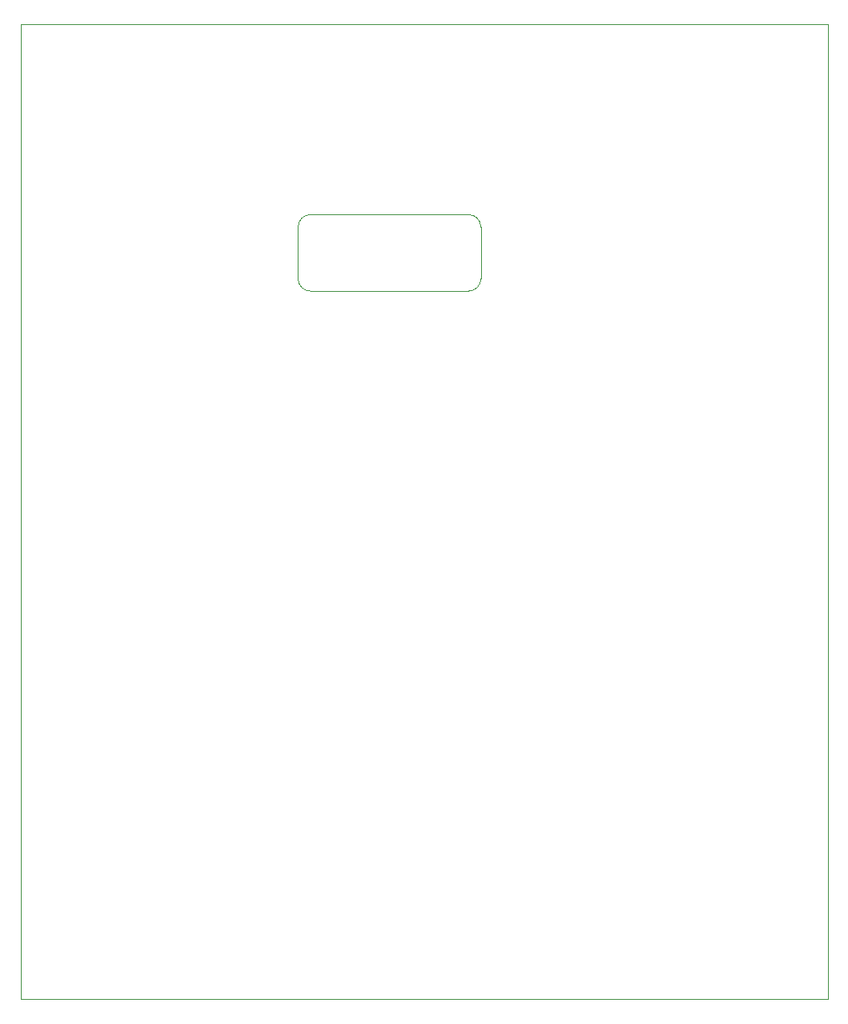
<source format=gm1>
%TF.GenerationSoftware,KiCad,Pcbnew,(6.0.4-0)*%
%TF.CreationDate,2022-05-09T11:38:03-07:00*%
%TF.ProjectId,solar-panel-side-X-minus,736f6c61-722d-4706-916e-656c2d736964,rev?*%
%TF.SameCoordinates,Original*%
%TF.FileFunction,Profile,NP*%
%FSLAX46Y46*%
G04 Gerber Fmt 4.6, Leading zero omitted, Abs format (unit mm)*
G04 Created by KiCad (PCBNEW (6.0.4-0)) date 2022-05-09 11:38:03*
%MOMM*%
%LPD*%
G01*
G04 APERTURE LIST*
%TA.AperFunction,Profile*%
%ADD10C,0.050000*%
%TD*%
G04 APERTURE END LIST*
D10*
X192160000Y-43650000D02*
X110160000Y-43650000D01*
X138350000Y-69470000D02*
X138350000Y-64230000D01*
X110160000Y-142650000D02*
X192160000Y-142650000D01*
X139620000Y-62960000D02*
X155640000Y-62960000D01*
X192160000Y-43650000D02*
X192160000Y-142650000D01*
X138350000Y-69470000D02*
G75*
G03*
X139620000Y-70740000I1270000J0D01*
G01*
X156910000Y-64230000D02*
G75*
G03*
X155640000Y-62960000I-1270000J0D01*
G01*
X155640000Y-70740000D02*
X139620000Y-70740000D01*
X155640000Y-70740000D02*
G75*
G03*
X156910000Y-69470000I0J1270000D01*
G01*
X156910000Y-64230000D02*
X156910000Y-69470000D01*
X110160000Y-43650000D02*
X110160000Y-142650000D01*
X139620000Y-62960000D02*
G75*
G03*
X138350000Y-64230000I0J-1270000D01*
G01*
M02*

</source>
